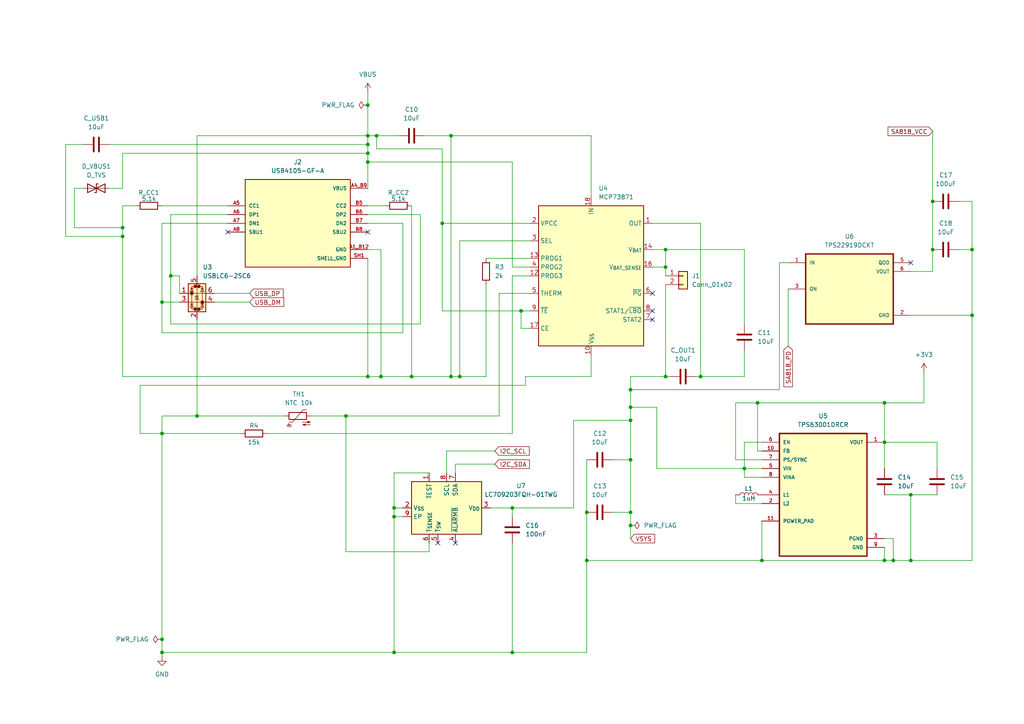
<source format=kicad_sch>
(kicad_sch (version 20250114) (generator "eeschema") (generator_version "9.0")
  (paper "A4")
  (title_block (title "Power Systems") (date "2026-02-08") (rev "0.1") (company "HRV DEFCON SSTV Badge"))
  (lib_symbols
    (symbol "Battery_Management:LC709203FQH-01TWG"
      (property "Reference" "U" (at -6.35 11.43 0))
      (property "Value" "LC709203FQH-01TWG" (at 11.43 11.43 0))
      (symbol "LC709203FQH-01TWG_0_1"
        (rectangle (start -7.62 10.16) (end 7.62 -10.16) (stroke (width 0.254)) (fill (type background)))
      )
      (symbol "LC709203FQH-01TWG_1_1"
        (pin bidirectional line (at -10.16 2.54 0) (length 2.54) (name "SDA") (number "7"))
        (pin input line (at -10.16 0 0) (length 2.54) (name "SCL") (number "8"))
        (pin input line (at -10.16 -5.08 0) (length 2.54) (name "TEST") (number "1"))
        (pin power_in line (at 0 12.7 270) (length 2.54) (name "V_{DD}") (number "3"))
        (pin power_in line (at 0 -12.7 90) (length 2.54) (name "V_{SS}") (number "2"))
        (pin passive line (at 2.54 -12.7 90) (length 2.54) (name "EP") (number "9"))
        (pin open_collector line (at 10.16 2.54 180) (length 2.54) (name "~{ALARMB}") (number "4"))
        (pin output line (at 10.16 -2.54 180) (length 2.54) (name "T_{SW}") (number "5"))
        (pin input line (at 10.16 -5.08 180) (length 2.54) (name "T_{SENSE}") (number "6"))
      )
    )
    (symbol "Battery_Management:MCP73871"
      (property "Reference" "U" (at -7.62 24.13 0))
      (property "Value" "MCP73871" (at -15.24 21.59 0))
      (symbol "MCP73871_0_1"
        (rectangle (start -15.24 20.32) (end 15.24 -20.32) (stroke (width 0.254)) (fill (type background)))
      )
      (symbol "MCP73871_1_1"
        (pin input line (at -17.78 15.24 0) (length 2.54) (name "VPCC") (number "2"))
        (pin input line (at -17.78 10.16 0) (length 2.54) (name "SEL") (number "3"))
        (pin bidirectional line (at -17.78 5.08 0) (length 2.54) (name "PROG1") (number "13"))
        (pin input line (at -17.78 2.54 0) (length 2.54) (name "PROG2") (number "4"))
        (pin bidirectional line (at -17.78 0 0) (length 2.54) (name "PROG3") (number "12"))
        (pin bidirectional line (at -17.78 -5.08 0) (length 2.54) (name "THERM") (number "5"))
        (pin input line (at -17.78 -10.16 0) (length 2.54) (name "~{TE}") (number "9"))
        (pin input line (at -17.78 -15.24 0) (length 2.54) (name "CE") (number "17"))
        (pin power_in line (at 0 22.86 270) (length 2.54) (name "IN") (number "18"))
        (pin passive line (at 0 22.86 270) (length 2.54) (hide yes) (name "IN") (number "19"))
        (pin power_in line (at 0 -22.86 90) (length 2.54) (name "V_{SS}") (number "10"))
        (pin passive line (at 0 -22.86 90) (length 2.54) (hide yes) (name "V_{SS}") (number "11"))
        (pin passive line (at 0 -22.86 90) (length 2.54) (hide yes) (name "V_{SS}") (number "21"))
        (pin power_out line (at 17.78 15.24 180) (length 2.54) (name "OUT") (number "1"))
        (pin passive line (at 17.78 15.24 180) (length 2.54) (hide yes) (name "OUT") (number "20"))
        (pin power_out line (at 17.78 7.62 180) (length 2.54) (name "V_{BAT}") (number "14"))
        (pin passive line (at 17.78 7.62 180) (length 2.54) (hide yes) (name "V_{BAT}") (number "15"))
        (pin input line (at 17.78 2.54 180) (length 2.54) (name "V_{BAT_SENSE}") (number "16"))
        (pin open_collector line (at 17.78 -5.08 180) (length 2.54) (name "~{PG}") (number "6"))
        (pin open_collector line (at 17.78 -10.16 180) (length 2.54) (name "STAT1/~{LBO}") (number "8"))
        (pin open_collector line (at 17.78 -12.7 180) (length 2.54) (name "STAT2") (number "7"))
      )
    )
    (symbol "Connector_Generic:Conn_01x02" (pin_names (offset 1.016) (hide yes))
      (property "Reference" "J" (at 0 2.54 0))
      (property "Value" "Conn_01x02" (at 0 -5.08 0))
      (symbol "Conn_01x02_1_1"
        (rectangle (start -1.27 1.27) (end 1.27 -3.81) (stroke (width 0.254)) (fill (type background)))
        (rectangle (start -1.27 0.127) (end 0 -0.127) (stroke (width 0.1524)))
        (rectangle (start -1.27 -2.413) (end 0 -2.667) (stroke (width 0.1524)))
        (pin passive line (at -5.08 0 0) (length 3.81) (name "Pin_1") (number "1"))
        (pin passive line (at -5.08 -2.54 0) (length 3.81) (name "Pin_2") (number "2"))
      )
    )
    (symbol "Device:C" (pin_numbers (hide yes)) (pin_names (offset 0.254))
      (property "Reference" "C" (at 0.635 2.54 0))
      (property "Value" "C" (at 0.635 -2.54 0))
      (symbol "C_0_1"
        (polyline (pts (xy -2.032 0.762) (xy 2.032 0.762)) (stroke (width 0.508)))
        (polyline (pts (xy -2.032 -0.762) (xy 2.032 -0.762)) (stroke (width 0.508)))
      )
      (symbol "C_1_1"
        (pin passive line (at 0 3.81 270) (length 2.794) (name "~") (number "1"))
        (pin passive line (at 0 -3.81 90) (length 2.794) (name "~") (number "2"))
      )
    )
    (symbol "Device:D_TVS" (pin_numbers (hide yes)) (pin_names (offset 1.016) (hide yes))
      (property "Reference" "D" (at 0 2.54 0))
      (property "Value" "D_TVS" (at 0 -2.54 0))
      (symbol "D_TVS_0_1"
        (polyline (pts (xy -2.54 1.27) (xy -2.54 -1.27) (xy 2.54 1.27) (xy 2.54 -1.27) (xy -2.54 1.27)) (stroke (width 0.254)))
        (polyline (pts (xy 0.508 1.27) (xy 0 1.27) (xy 0 -1.27) (xy -0.508 -1.27)) (stroke (width 0.254)))
        (polyline (pts (xy 1.27 0) (xy -1.27 0)))
      )
      (symbol "D_TVS_1_1"
        (pin passive line (at -3.81 0 0) (length 2.54) (name "A1") (number "1"))
        (pin passive line (at 3.81 0 180) (length 2.54) (name "A2") (number "2"))
      )
    )
    (symbol "Device:L" (pin_numbers (hide yes)) (pin_names (offset 1.016) (hide yes))
      (property "Reference" "L" (at -1.27 0 90))
      (property "Value" "L" (at 1.905 0 90))
      (symbol "L_0_1"
        (arc (start 0 2.54) (mid 0.6323 1.905) (end 0 1.27))
        (arc (start 0 1.27) (mid 0.6323 0.635) (end 0 0))
        (arc (start 0 0) (mid 0.6323 -0.635) (end 0 -1.27))
        (arc (start 0 -1.27) (mid 0.6323 -1.905) (end 0 -2.54))
      )
      (symbol "L_1_1"
        (pin passive line (at 0 3.81 270) (length 1.27) (name "1") (number "1"))
        (pin passive line (at 0 -3.81 90) (length 1.27) (name "2") (number "2"))
      )
    )
    (symbol "Device:R" (pin_numbers (hide yes)) (pin_names (offset 0))
      (property "Reference" "R" (at 2.032 0 90))
      (property "Value" "R" (at 0 0 90))
      (symbol "R_0_1"
        (rectangle (start -1.016 -2.54) (end 1.016 2.54) (stroke (width 0.254)))
      )
      (symbol "R_1_1"
        (pin passive line (at 0 3.81 270) (length 1.27) (name "~") (number "1"))
        (pin passive line (at 0 -3.81 90) (length 1.27) (name "~") (number "2"))
      )
    )
    (symbol "Device:Thermistor_NTC" (pin_numbers (hide yes)) (pin_names (offset 0))
      (property "Reference" "TH" (at -4.445 0 90))
      (property "Value" "Thermistor_NTC" (at 3.175 0 90))
      (symbol "Thermistor_NTC_0_1"
        (arc (start -3.175 2.413) (mid -3.0506 2.3165) (end -3.048 2.159))
        (arc (start -3.048 2.794) (mid -2.9736 2.9736) (end -2.794 3.048))
        (arc (start -2.794 3.048) (mid -2.6144 2.9736) (end -2.54 2.794))
        (arc (start -2.794 2.54) (mid -2.9736 2.6144) (end -3.048 2.794))
        (arc (start -2.794 1.905) (mid -2.9736 1.9794) (end -3.048 2.159))
        (arc (start -2.54 2.159) (mid -2.6144 1.9794) (end -2.794 1.905))
        (arc (start -2.159 2.794) (mid -2.434 2.5608) (end -2.794 2.54))
        (polyline (pts (xy -2.54 2.159) (xy -2.54 2.794)))
        (polyline (pts (xy -2.54 -3.683) (xy -2.54 -1.397) (xy -2.794 -2.159) (xy -2.286 -2.159) (xy -2.54 -1.397) (xy -2.54 -1.651)) (fill (type outline)))
        (polyline (pts (xy -1.778 2.54) (xy -1.778 1.524) (xy 1.778 -1.524) (xy 1.778 -2.54)))
        (polyline (pts (xy -1.778 -1.397) (xy -1.778 -3.683) (xy -2.032 -2.921) (xy -1.524 -2.921) (xy -1.778 -3.683) (xy -1.778 -3.429)) (fill (type outline)))
        (rectangle (start -1.016 2.54) (end 1.016 -2.54) (stroke (width 0.254)))
      )
      (symbol "Thermistor_NTC_1_1"
        (pin passive line (at 0 3.81 270) (length 1.27) (name "~") (number "1"))
        (pin passive line (at 0 -3.81 90) (length 1.27) (name "~") (number "2"))
      )
    )
    (symbol "Power_Protection:USBLC6-2SC6" (pin_names (hide yes))
      (property "Reference" "U" (at 0.635 5.715 0))
      (property "Value" "USBLC6-2SC6" (at 0.635 3.81 0))
      (symbol "USBLC6-2SC6_0_0"
        (circle (center -1.524 0) (radius 0.0001) (stroke (width 0.508)))
        (circle (center -0.508 2.032) (radius 0.0001) (stroke (width 0.508)))
        (circle (center -0.508 -4.572) (radius 0.0001) (stroke (width 0.508)))
        (circle (center 0.508 2.032) (radius 0.0001) (stroke (width 0.508)))
        (circle (center 0.508 -4.572) (radius 0.0001) (stroke (width 0.508)))
        (circle (center 1.524 -2.54) (radius 0.0001) (stroke (width 0.508)))
      )
      (symbol "USBLC6-2SC6_0_1"
        (polyline (pts (xy -2.54 0) (xy 2.54 0)))
        (polyline (pts (xy -2.54 -2.54) (xy 2.54 -2.54)))
        (polyline (pts (xy -2.032 0.508) (xy -1.016 0.508) (xy -1.524 1.524) (xy -2.032 0.508)))
        (polyline (pts (xy -2.032 -3.048) (xy -1.016 -3.048)))
        (polyline (pts (xy -1.016 1.524) (xy -2.032 1.524)))
        (polyline (pts (xy -1.016 -4.064) (xy -2.032 -4.064) (xy -1.524 -3.048) (xy -1.016 -4.064)))
        (polyline (pts (xy -0.508 -1.143) (xy -0.508 -0.762) (xy 0.508 -0.762)))
        (polyline (pts (xy 0 2.54) (xy -0.508 2.032) (xy 0.508 2.032) (xy 0 1.524) (xy 0 -4.064) (xy -0.508 -4.572) (xy 0.508 -4.572) (xy 0 -5.08)))
        (polyline (pts (xy 0.508 -1.778) (xy -0.508 -1.778) (xy 0 -0.762) (xy 0.508 -1.778)))
        (polyline (pts (xy 1.016 1.524) (xy 2.032 1.524)))
        (polyline (pts (xy 1.016 -3.048) (xy 2.032 -3.048)))
        (polyline (pts (xy 2.032 0.508) (xy 1.016 0.508) (xy 1.524 1.524) (xy 2.032 0.508)))
        (polyline (pts (xy 2.032 -4.064) (xy 1.016 -4.064) (xy 1.524 -3.048) (xy 2.032 -4.064)))
      )
      (symbol "USBLC6-2SC6_1_1"
        (rectangle (start -2.54 2.794) (end 2.54 -5.334) (stroke (width 0.254)) (fill (type background)))
        (polyline (pts (xy -0.508 2.032) (xy -1.524 2.032) (xy -1.524 -4.572) (xy -0.508 -4.572)))
        (polyline (pts (xy 0.508 -4.572) (xy 1.524 -4.572) (xy 1.524 2.032) (xy 0.508 2.032)))
        (pin passive line (at -5.08 0 0) (length 2.54) (name "I/O1") (number "1"))
        (pin passive line (at -5.08 -2.54 0) (length 2.54) (name "I/O2") (number "3"))
        (pin passive line (at 0 5.08 270) (length 2.54) (name "VBUS") (number "5"))
        (pin passive line (at 0 -7.62 90) (length 2.54) (name "GND") (number "2"))
        (pin passive line (at 5.08 0 180) (length 2.54) (name "I/O1") (number "6"))
        (pin passive line (at 5.08 -2.54 180) (length 2.54) (name "I/O2") (number "4"))
      )
    )
    (symbol "TPS22919DCKT:TPS22919DCKT" (pin_names (offset 1.016))
      (property "Reference" "U" (at -12.7 11.16 0))
      (property "Value" "TPS22919DCKT" (at -12.7 -14.16 0))
      (symbol "TPS22919DCKT_0_0"
        (rectangle (start -12.7 -10.16) (end 12.7 10.16) (stroke (width 0.41)) (fill (type background)))
        (pin input line (at -17.78 7.62 0) (length 5.08) (name "IN") (number "1"))
        (pin bidirectional line (at -17.78 0 0) (length 5.08) (name "ON") (number "3"))
        (pin output line (at 17.78 7.62 180) (length 5.08) (name "QOD") (number "5"))
        (pin output line (at 17.78 5.08 180) (length 5.08) (name "VOUT") (number "6"))
        (pin power_in line (at 17.78 -7.62 180) (length 5.08) (name "GND") (number "2"))
      )
    )
    (symbol "TPS63001DRCR:TPS63001DRCR" (pin_names (offset 1.016))
      (property "Reference" "U5" (at 0 22.86 0))
      (property "Value" "TPS63001DRCR" (at 0 20.32 0))
      (symbol "TPS63001DRCR_0_0"
        (rectangle (start -12.7 -17.78) (end 12.7 17.78) (stroke (width 0.41)) (fill (type background)))
        (pin input line (at -17.78 15.24 0) (length 5.08) (name "EN") (number "6"))
        (pin input line (at -17.78 12.7 0) (length 5.08) (name "FB") (number "10"))
        (pin input line (at -17.78 10.16 0) (length 5.08) (name "PS/SYNC") (number "7"))
        (pin input line (at -17.78 7.62 0) (length 5.08) (name "VIN") (number "5"))
        (pin input line (at -17.78 5.08 0) (length 5.08) (name "VINA") (number "8"))
        (pin bidirectional line (at -17.78 0 0) (length 5.08) (name "L1") (number "4"))
        (pin bidirectional line (at -17.78 -2.54 0) (length 5.08) (name "L2") (number "2"))
        (pin power_in line (at 17.78 -12.7 180) (length 5.08) (name "PGND") (number "3"))
        (pin power_in line (at 17.78 -15.24 180) (length 5.08) (name "GND") (number "9"))
      )
      (symbol "TPS63001DRCR_1_0"
        (pin passive line (at -17.78 -7.62 0) (length 5.08) (name "POWER_PAD") (number "11"))
        (pin power_out line (at 17.78 15.24 180) (length 5.08) (name "VOUT") (number "1"))
      )
    )
    (symbol "USB4105-GF-A:USB4105-GF-A" (pin_names (offset 1.016))
      (property "Reference" "J2" (at 0 17.78 0))
      (property "Value" "USB4105-GF-A" (at 0 15.24 0))
      (symbol "USB4105-GF-A_0_0"
        (rectangle (start -15.24 12.7) (end 15.24 -12.7) (stroke (width 0.254)) (fill (type background)))
        (pin bidirectional line (at -20.32 5.08 0) (length 5.08) (name "CC1") (number "A5"))
        (pin bidirectional line (at -20.32 2.54 0) (length 5.08) (name "DP1") (number "A6"))
        (pin bidirectional line (at -20.32 0 0) (length 5.08) (name "DN1") (number "A7"))
        (pin bidirectional line (at -20.32 -2.54 0) (length 5.08) (name "SBU1") (number "A8"))
        (pin power_in line (at 20.32 10.16 180) (length 5.08) (name "VBUS") (number "A4_B9"))
        (pin power_in line (at 20.32 10.16 180) (length 5.08) (hide yes) (name "VBUS") (number "B4_A9"))
        (pin bidirectional line (at 20.32 5.08 180) (length 5.08) (name "CC2") (number "B5"))
        (pin bidirectional line (at 20.32 2.54 180) (length 5.08) (name "DP2") (number "B6"))
        (pin bidirectional line (at 20.32 0 180) (length 5.08) (name "DN2") (number "B7"))
        (pin bidirectional line (at 20.32 -2.54 180) (length 5.08) (name "SBU2") (number "B8"))
        (pin power_in line (at 20.32 -7.62 180) (length 5.08) (name "GND") (number "A1_B12"))
        (pin power_in line (at 20.32 -7.62 180) (length 5.08) (hide yes) (name "GND") (number "B1_A12"))
        (pin power_in line (at 20.32 -10.16 180) (length 5.08) (hide yes) (name "GND") (number "SH2"))
        (pin power_in line (at 20.32 -10.16 180) (length 5.08) (hide yes) (name "GND") (number "SH3"))
        (pin power_in line (at 20.32 -10.16 180) (length 5.08) (hide yes) (name "GND") (number "SH4"))
      )
      (symbol "USB4105-GF-A_1_0"
        (pin power_in line (at 20.32 -10.16 180) (length 5.08) (name "SHELL_GND") (number "SH1"))
      )
    )
    (symbol "power:+3V3" (power) (pin_numbers (hide yes)) (pin_names (offset 0) (hide yes))
      (property "Value" "+3V3" (at 0 3.556 0))
      (symbol "+3V3_0_1"
        (polyline (pts (xy -0.762 1.27) (xy 0 2.54)))
        (polyline (pts (xy 0 2.54) (xy 0.762 1.27)))
        (polyline (pts (xy 0 0) (xy 0 2.54)))
      )
      (symbol "+3V3_1_1"
        (pin power_in line (at 0 0 90) (length 0) (name "~") (number "1"))
      )
    )
    (symbol "power:GND" (power) (pin_numbers (hide yes)) (pin_names (offset 0) (hide yes))
      (property "Value" "GND" (at 0 -3.81 0))
      (symbol "GND_0_1"
        (polyline (pts (xy 0 0) (xy 0 -1.27) (xy 1.27 -1.27) (xy 0 -2.54) (xy -1.27 -1.27) (xy 0 -1.27)))
      )
      (symbol "GND_1_1"
        (pin power_in line (at 0 0 270) (length 0) (name "~") (number "1"))
      )
    )
    (symbol "power:PWR_FLAG" (power) (pin_numbers (hide yes)) (pin_names (offset 0) (hide yes))
      (property "Value" "PWR_FLAG" (at 0 3.81 0))
      (symbol "PWR_FLAG_0_0"
        (pin power_out line (at 0 0 90) (length 0) (name "~") (number "1"))
      )
      (symbol "PWR_FLAG_0_1"
        (polyline (pts (xy 0 0) (xy 0 1.27) (xy -1.016 1.905) (xy 0 2.54) (xy 1.016 1.905) (xy 0 1.27)))
      )
    )
    (symbol "power:VBUS" (power) (pin_numbers (hide yes)) (pin_names (offset 0) (hide yes))
      (property "Value" "VBUS" (at 0 3.556 0))
      (symbol "VBUS_0_1"
        (polyline (pts (xy -0.762 1.27) (xy 0 2.54)))
        (polyline (pts (xy 0 2.54) (xy 0.762 1.27)))
        (polyline (pts (xy 0 0) (xy 0 2.54)))
      )
      (symbol "VBUS_1_1"
        (pin power_in line (at 0 0 90) (length 0) (name "~") (number "1"))
      )
    )
  )
  (junction (at 119.38 109.22))
  (junction (at 114.3 149.86))
  (junction (at 193.04 72.39))
  (junction (at 106.68 109.22))
  (junction (at 170.18 162.56))
  (junction (at 151.13 90.17))
  (junction (at 130.81 109.22))
  (junction (at 46.99 185.42))
  (junction (at 114.3 147.32))
  (junction (at 219.71 116.84))
  (junction (at 35.56 68.58))
  (junction (at 182.88 148.59))
  (junction (at 133.35 109.22))
  (junction (at 259.08 162.56))
  (junction (at 182.88 118.11))
  (junction (at 270.51 72.39))
  (junction (at 256.54 116.84))
  (junction (at 281.94 91.44))
  (junction (at 215.9 135.89))
  (junction (at 270.51 58.42))
  (junction (at 46.99 87.63))
  (junction (at 110.49 109.22))
  (junction (at 106.68 30.48))
  (junction (at 256.54 128.27))
  (junction (at 100.33 120.65))
  (junction (at 114.3 189.23))
  (junction (at 170.18 148.59))
  (junction (at 182.88 133.35))
  (junction (at 35.56 66.04))
  (junction (at 264.16 143.51))
  (junction (at 106.68 46.99))
  (junction (at 46.99 125.73))
  (junction (at 130.81 39.37))
  (junction (at 182.88 121.92))
  (junction (at 106.68 41.91))
  (junction (at 109.22 39.37))
  (junction (at 193.04 109.22))
  (junction (at 281.94 72.39))
  (junction (at 264.16 162.56))
  (junction (at 106.68 39.37))
  (junction (at 203.2 109.22))
  (junction (at 256.54 162.56))
  (junction (at 148.59 189.23))
  (junction (at 106.68 44.45))
  (junction (at 57.15 120.65))
  (junction (at 182.88 113.03))
  (junction (at 148.59 147.32))
  (junction (at 193.04 77.47))
  (junction (at 49.53 80.01))
  (junction (at 220.98 162.56))
  (junction (at 46.99 189.23))
  (junction (at 182.88 152.4))
  (junction (at 128.27 64.77))
  (no_connect (at 264.16 76.2))
  (no_connect (at 66.04 67.31))
  (no_connect (at 189.23 85.09))
  (no_connect (at 106.68 67.31))
  (no_connect (at 189.23 92.71))
  (no_connect (at 127 157.48))
  (no_connect (at 132.08 157.48))
  (no_connect (at 189.23 90.17))
  (wire (pts (xy 128.27 90.17) (xy 128.27 64.77)))
  (wire (pts (xy 49.53 62.23) (xy 49.53 80.01)))
  (wire (pts (xy 49.53 80.01) (xy 52.07 80.01)))
  (wire (pts (xy 193.04 77.47) (xy 193.04 80.01)))
  (wire (pts (xy 114.3 149.86) (xy 114.3 189.23)))
  (wire (pts (xy 256.54 128.27) (xy 271.78 128.27)))
  (wire (pts (xy 31.75 54.61) (xy 35.56 54.61)))
  (wire (pts (xy 128.27 64.77) (xy 128.27 43.18)))
  (wire (pts (xy 190.5 135.89) (xy 190.5 118.11)))
  (wire (pts (xy 132.08 137.16) (xy 132.08 134.62)))
  (wire (pts (xy 121.92 62.23) (xy 121.92 93.98)))
  (wire (pts (xy 49.53 93.98) (xy 49.53 80.01)))
  (wire (pts (xy 171.45 57.15) (xy 171.45 39.37)))
  (wire (pts (xy 46.99 125.73) (xy 69.85 125.73)))
  (wire (pts (xy 128.27 43.18) (xy 109.22 43.18)))
  (wire (pts (xy 46.99 189.23) (xy 46.99 190.5)))
  (wire (pts (xy 193.04 82.55) (xy 193.04 109.22)))
  (wire (pts (xy 166.37 121.92) (xy 182.88 121.92)))
  (wire (pts (xy 130.81 109.22) (xy 133.35 109.22)))
  (wire (pts (xy 153.67 90.17) (xy 151.13 90.17)))
  (wire (pts (xy 256.54 156.21) (xy 259.08 156.21)))
  (wire (pts (xy 203.2 64.77) (xy 189.23 64.77)))
  (wire (pts (xy 106.68 41.91) (xy 106.68 44.45)))
  (wire (pts (xy 151.13 95.25) (xy 151.13 90.17)))
  (wire (pts (xy 153.67 80.01) (xy 148.59 80.01)))
  (wire (pts (xy 259.08 162.56) (xy 256.54 162.56)))
  (wire (pts (xy 114.3 137.16) (xy 114.3 147.32)))
  (wire (pts (xy 151.13 90.17) (xy 128.27 90.17)))
  (wire (pts (xy 129.54 137.16) (xy 129.54 130.81)))
  (wire (pts (xy 215.9 72.39) (xy 215.9 93.98)))
  (wire (pts (xy 52.07 80.01) (xy 52.07 85.09)))
  (wire (pts (xy 114.3 149.86) (xy 116.84 149.86)))
  (wire (pts (xy 100.33 120.65) (xy 144.78 120.65)))
  (wire (pts (xy 46.99 64.77) (xy 46.99 87.63)))
  (wire (pts (xy 193.04 72.39) (xy 215.9 72.39)))
  (wire (pts (xy 35.56 44.45) (xy 106.68 44.45)))
  (wire (pts (xy 24.13 54.61) (xy 21.59 54.61)))
  (wire (pts (xy 213.36 116.84) (xy 219.71 116.84)))
  (wire (pts (xy 267.97 107.95) (xy 267.97 116.84)))
  (wire (pts (xy 166.37 147.32) (xy 166.37 121.92)))
  (wire (pts (xy 182.88 152.4) (xy 182.88 156.21)))
  (wire (pts (xy 35.56 44.45) (xy 35.56 54.61)))
  (wire (pts (xy 106.68 72.39) (xy 110.49 72.39)))
  (wire (pts (xy 40.64 125.73) (xy 46.99 125.73)))
  (wire (pts (xy 106.68 64.77) (xy 116.84 64.77)))
  (wire (pts (xy 148.59 77.47) (xy 148.59 46.99)))
  (wire (pts (xy 256.54 116.84) (xy 267.97 116.84)))
  (wire (pts (xy 106.68 62.23) (xy 121.92 62.23)))
  (wire (pts (xy 46.99 185.42) (xy 46.99 189.23)))
  (wire (pts (xy 130.81 39.37) (xy 130.81 109.22)))
  (wire (pts (xy 271.78 135.89) (xy 271.78 128.27)))
  (wire (pts (xy 130.81 39.37) (xy 171.45 39.37)))
  (wire (pts (xy 46.99 189.23) (xy 114.3 189.23)))
  (wire (pts (xy 226.06 76.2) (xy 226.06 113.03)))
  (wire (pts (xy 264.16 143.51) (xy 271.78 143.51)))
  (wire (pts (xy 256.54 116.84) (xy 256.54 128.27)))
  (wire (pts (xy 46.99 120.65) (xy 57.15 120.65)))
  (wire (pts (xy 213.36 133.35) (xy 213.36 116.84)))
  (wire (pts (xy 213.36 143.51) (xy 213.36 146.05)))
  (wire (pts (xy 220.98 138.43) (xy 215.9 138.43)))
  (wire (pts (xy 182.88 113.03) (xy 182.88 118.11)))
  (wire (pts (xy 170.18 133.35) (xy 170.18 148.59)))
  (wire (pts (xy 153.67 85.09) (xy 144.78 85.09)))
  (wire (pts (xy 148.59 189.23) (xy 170.18 189.23)))
  (wire (pts (xy 106.68 44.45) (xy 106.68 46.99)))
  (wire (pts (xy 100.33 160.02) (xy 100.33 120.65)))
  (wire (pts (xy 133.35 69.85) (xy 133.35 109.22)))
  (wire (pts (xy 220.98 135.89) (xy 215.9 135.89)))
  (wire (pts (xy 148.59 147.32) (xy 148.59 149.86)))
  (wire (pts (xy 46.99 96.52) (xy 46.99 87.63)))
  (wire (pts (xy 170.18 162.56) (xy 170.18 189.23)))
  (wire (pts (xy 35.56 59.69) (xy 35.56 66.04)))
  (wire (pts (xy 106.68 74.93) (xy 106.68 109.22)))
  (wire (pts (xy 90.17 120.65) (xy 100.33 120.65)))
  (wire (pts (xy 281.94 72.39) (xy 278.13 72.39)))
  (wire (pts (xy 148.59 157.48) (xy 148.59 189.23)))
  (wire (pts (xy 203.2 64.77) (xy 203.2 109.22)))
  (wire (pts (xy 203.2 109.22) (xy 215.9 109.22)))
  (wire (pts (xy 219.71 116.84) (xy 256.54 116.84)))
  (wire (pts (xy 114.3 189.23) (xy 148.59 189.23)))
  (wire (pts (xy 170.18 148.59) (xy 170.18 162.56)))
  (wire (pts (xy 106.68 46.99) (xy 148.59 46.99)))
  (wire (pts (xy 264.16 91.44) (xy 281.94 91.44)))
  (wire (pts (xy 152.4 109.22) (xy 152.4 111.76)))
  (wire (pts (xy 193.04 109.22) (xy 194.31 109.22)))
  (wire (pts (xy 259.08 156.21) (xy 259.08 162.56)))
  (wire (pts (xy 220.98 128.27) (xy 215.9 128.27)))
  (wire (pts (xy 124.46 137.16) (xy 114.3 137.16)))
  (wire (pts (xy 40.64 111.76) (xy 40.64 125.73)))
  (wire (pts (xy 57.15 39.37) (xy 106.68 39.37)))
  (wire (pts (xy 148.59 147.32) (xy 166.37 147.32)))
  (wire (pts (xy 19.05 68.58) (xy 35.56 68.58)))
  (wire (pts (xy 46.99 87.63) (xy 52.07 87.63)))
  (wire (pts (xy 40.64 111.76) (xy 152.4 111.76)))
  (wire (pts (xy 281.94 91.44) (xy 281.94 162.56)))
  (wire (pts (xy 220.98 162.56) (xy 170.18 162.56)))
  (wire (pts (xy 144.78 85.09) (xy 144.78 120.65)))
  (wire (pts (xy 220.98 130.81) (xy 219.71 130.81)))
  (wire (pts (xy 124.46 157.48) (xy 124.46 160.02)))
  (wire (pts (xy 219.71 116.84) (xy 219.71 130.81)))
  (wire (pts (xy 110.49 72.39) (xy 110.49 109.22)))
  (wire (pts (xy 201.93 109.22) (xy 203.2 109.22)))
  (wire (pts (xy 153.67 69.85) (xy 133.35 69.85)))
  (wire (pts (xy 49.53 62.23) (xy 66.04 62.23)))
  (wire (pts (xy 264.16 162.56) (xy 259.08 162.56)))
  (wire (pts (xy 110.49 109.22) (xy 119.38 109.22)))
  (wire (pts (xy 124.46 160.02) (xy 100.33 160.02)))
  (wire (pts (xy 109.22 43.18) (xy 109.22 39.37)))
  (wire (pts (xy 228.6 83.82) (xy 228.6 100.33)))
  (wire (pts (xy 182.88 109.22) (xy 193.04 109.22)))
  (wire (pts (xy 177.8 133.35) (xy 182.88 133.35)))
  (wire (pts (xy 24.13 41.91) (xy 19.05 41.91)))
  (wire (pts (xy 46.99 120.65) (xy 46.99 125.73)))
  (wire (pts (xy 220.98 151.13) (xy 220.98 162.56)))
  (wire (pts (xy 140.97 82.55) (xy 140.97 109.22)))
  (wire (pts (xy 119.38 109.22) (xy 130.81 109.22)))
  (wire (pts (xy 256.54 143.51) (xy 264.16 143.51)))
  (wire (pts (xy 133.35 109.22) (xy 140.97 109.22)))
  (wire (pts (xy 270.51 38.1) (xy 270.51 58.42)))
  (wire (pts (xy 182.88 121.92) (xy 182.88 133.35)))
  (wire (pts (xy 142.24 147.32) (xy 148.59 147.32)))
  (wire (pts (xy 114.3 147.32) (xy 114.3 149.86)))
  (wire (pts (xy 21.59 54.61) (xy 21.59 66.04)))
  (wire (pts (xy 182.88 109.22) (xy 182.88 113.03)))
  (wire (pts (xy 119.38 59.69) (xy 119.38 109.22)))
  (wire (pts (xy 189.23 77.47) (xy 193.04 77.47)))
  (wire (pts (xy 264.16 162.56) (xy 281.94 162.56)))
  (wire (pts (xy 226.06 76.2) (xy 228.6 76.2)))
  (wire (pts (xy 256.54 162.56) (xy 220.98 162.56)))
  (wire (pts (xy 190.5 118.11) (xy 182.88 118.11)))
  (wire (pts (xy 31.75 41.91) (xy 106.68 41.91)))
  (wire (pts (xy 264.16 143.51) (xy 264.16 162.56)))
  (wire (pts (xy 264.16 78.74) (xy 270.51 78.74)))
  (wire (pts (xy 281.94 58.42) (xy 278.13 58.42)))
  (wire (pts (xy 182.88 118.11) (xy 182.88 121.92)))
  (wire (pts (xy 116.84 96.52) (xy 46.99 96.52)))
  (wire (pts (xy 182.88 148.59) (xy 182.88 152.4)))
  (wire (pts (xy 46.99 59.69) (xy 66.04 59.69)))
  (wire (pts (xy 106.68 26.67) (xy 106.68 30.48)))
  (wire (pts (xy 46.99 64.77) (xy 66.04 64.77)))
  (wire (pts (xy 62.23 87.63) (xy 72.39 87.63)))
  (wire (pts (xy 106.68 59.69) (xy 111.76 59.69)))
  (wire (pts (xy 116.84 147.32) (xy 114.3 147.32)))
  (wire (pts (xy 182.88 133.35) (xy 182.88 148.59)))
  (wire (pts (xy 270.51 58.42) (xy 270.51 72.39)))
  (wire (pts (xy 35.56 66.04) (xy 35.56 68.58)))
  (wire (pts (xy 106.68 39.37) (xy 106.68 41.91)))
  (wire (pts (xy 177.8 148.59) (xy 182.88 148.59)))
  (wire (pts (xy 220.98 133.35) (xy 213.36 133.35)))
  (wire (pts (xy 270.51 78.74) (xy 270.51 72.39)))
  (wire (pts (xy 39.37 59.69) (xy 35.56 59.69)))
  (wire (pts (xy 189.23 72.39) (xy 193.04 72.39)))
  (wire (pts (xy 148.59 80.01) (xy 148.59 125.73)))
  (wire (pts (xy 140.97 74.93) (xy 153.67 74.93)))
  (wire (pts (xy 193.04 72.39) (xy 193.04 77.47)))
  (wire (pts (xy 256.54 158.75) (xy 256.54 162.56)))
  (wire (pts (xy 35.56 68.58) (xy 35.56 109.22)))
  (wire (pts (xy 226.06 113.03) (xy 182.88 113.03)))
  (wire (pts (xy 116.84 64.77) (xy 116.84 96.52)))
  (wire (pts (xy 171.45 102.87) (xy 171.45 109.22)))
  (wire (pts (xy 109.22 39.37) (xy 115.57 39.37)))
  (wire (pts (xy 129.54 130.81) (xy 143.51 130.81)))
  (wire (pts (xy 148.59 125.73) (xy 77.47 125.73)))
  (wire (pts (xy 106.68 30.48) (xy 106.68 39.37)))
  (wire (pts (xy 106.68 39.37) (xy 109.22 39.37)))
  (wire (pts (xy 171.45 109.22) (xy 152.4 109.22)))
  (wire (pts (xy 281.94 72.39) (xy 281.94 91.44)))
  (wire (pts (xy 46.99 125.73) (xy 46.99 185.42)))
  (wire (pts (xy 215.9 128.27) (xy 215.9 135.89)))
  (wire (pts (xy 62.23 85.09) (xy 72.39 85.09)))
  (wire (pts (xy 121.92 93.98) (xy 49.53 93.98)))
  (wire (pts (xy 123.19 39.37) (xy 130.81 39.37)))
  (wire (pts (xy 57.15 80.01) (xy 57.15 39.37)))
  (wire (pts (xy 215.9 138.43) (xy 215.9 135.89)))
  (wire (pts (xy 153.67 95.25) (xy 151.13 95.25)))
  (wire (pts (xy 106.68 109.22) (xy 110.49 109.22)))
  (wire (pts (xy 256.54 128.27) (xy 256.54 135.89)))
  (wire (pts (xy 153.67 77.47) (xy 148.59 77.47)))
  (wire (pts (xy 215.9 101.6) (xy 215.9 109.22)))
  (wire (pts (xy 213.36 146.05) (xy 220.98 146.05)))
  (wire (pts (xy 57.15 92.71) (xy 57.15 120.65)))
  (wire (pts (xy 132.08 134.62) (xy 143.51 134.62)))
  (wire (pts (xy 215.9 135.89) (xy 190.5 135.89)))
  (wire (pts (xy 153.67 64.77) (xy 128.27 64.77)))
  (wire (pts (xy 35.56 109.22) (xy 106.68 109.22)))
  (wire (pts (xy 281.94 58.42) (xy 281.94 72.39)))
  (wire (pts (xy 19.05 41.91) (xy 19.05 68.58)))
  (wire (pts (xy 21.59 66.04) (xy 35.56 66.04)))
  (wire (pts (xy 57.15 120.65) (xy 82.55 120.65)))
  (wire (pts (xy 106.68 46.99) (xy 106.68 54.61)))
  (global_label "USB_DM" (shape input) (at 72.39 87.63 0) (property "Intersheetrefs" "${INTERSHEET_REFS}" (effects (hide yes))))
  (global_label "VSYS" (shape input) (at 182.88 156.21 0) (property "Intersheetrefs" "${INTERSHEET_REFS}" (effects (hide yes))))
  (global_label "SA818_VCC" (shape input) (at 270.51 38.1 180) (property "Intersheetrefs" "${INTERSHEET_REFS}" (effects (hide yes))))
  (global_label "I2C_SDA" (shape input) (at 143.51 134.62 0) (property "Intersheetrefs" "${INTERSHEET_REFS}" (effects (hide yes))))
  (global_label "I2C_SCL" (shape input) (at 143.51 130.81 0) (property "Intersheetrefs" "${INTERSHEET_REFS}" (effects (hide yes))))
  (global_label "SA818_PD" (shape input) (at 228.6 100.33 270) (property "Intersheetrefs" "${INTERSHEET_REFS}" (effects (hide yes))))
  (global_label "USB_DP" (shape input) (at 72.39 85.09 0) (property "Intersheetrefs" "${INTERSHEET_REFS}" (effects (hide yes))))
  (symbol (lib_id "power:VBUS") (at 106.68 26.67 0) (unit 1)
    (property "Reference" "#PWR013" (effects (hide yes)))
    (property "Value" "VBUS" (at 106.68 21.59 0))
    (property "Description" "Power symbol creates a global label with name \"VBUS\"" (effects (hide yes)))
  )
  (symbol (lib_id "Connector_Generic:Conn_01x02") (at 198.12 80.01 0) (unit 1)
    (property "Reference" "J1" (at 200.66 80.0099 0) (effects (justify left)))
    (property "Value" "Conn_01x02" (at 200.66 82.5499 0) (effects (justify left)))
    (property "Description" "Generic connector, single row, 01x02, script generated (kicad-library-utils/schlib/autogen/connector/)" (effects (hide yes)))
  )
  (symbol (lib_id "USB4105-GF-A:USB4105-GF-A") (at 86.36 64.77 0) (unit 1)
    (property "Reference" "J2" (at 86.36 46.99 0))
    (property "Value" "USB4105-GF-A" (at 86.36 49.53 0))
    (property "Footprint" "USB4105-GF-A:GCT_USB4105-GF-A" (effects (hide yes)))
    (property "MF" "GCT" (effects (hide yes)))
    (property "MAXIMUM_PACKAGE_HEIGHT" "3.31 mm" (effects (hide yes)))
    (property "Package" "None" (effects (hide yes)))
    (property "Price" "None" (effects (hide yes)))
    (property "Check_prices" "https://www.snapeda.com/parts/USB4105-GF-A/Global+Connector+Technology/view-part/?ref=eda" (effects (hide yes)))
    (property "STANDARD" "Manufacturer Recommendations" (effects (hide yes)))
    (property "PARTREV" "B4" (effects (hide yes)))
    (property "SnapEDA_Link" "https://www.snapeda.com/parts/USB4105-GF-A/Global+Connector+Technology/view-part/?ref=snap" (effects (hide yes)))
    (property "MP" "USB4105-GF-A" (effects (hide yes)))
    (property "Purchase-URL" "https://www.snapeda.com/api/url_track_click_mouser/?unipart_id=4423780&manufacturer=GCT&part_name=USB4105-GF-A&search_term=usb4105-gf-a" (effects (hide yes)))
    (property "Description_1" "USB-C (USB TYPE-C) USB 2.0 Receptacle Connector 24 (16+8 Dummy) Position Surface Mount, Right Angle; Through Hole" (effects (hide yes)))
    (property "Availability" "In Stock" (effects (hide yes)))
    (property "MANUFACTURER" "GCT" (effects (hide yes)))
  )
  (symbol (lib_id "Power_Protection:USBLC6-2SC6") (at 57.15 85.09 0) (unit 1)
    (property "Reference" "U3" (at 58.8011 77.47 0) (effects (justify left)))
    (property "Value" "USBLC6-2SC6" (at 58.8011 80.01 0) (effects (justify left)))
    (property "Footprint" "Package_TO_SOT_SMD:SOT-23-6" (effects (hide yes)))
    (property "Datasheet" "https://www.st.com/resource/en/datasheet/usblc6-2.pdf" (effects (hide yes)))
    (property "Description" "Very low capacitance ESD protection diode, 2 data-line, SOT-23-6" (effects (hide yes)))
  )
  (symbol (lib_id "Device:R") (at 73.66 125.73 90) (unit 1)
    (property "Reference" "R4" (at 73.66 123.444 90))
    (property "Value" "15k" (at 73.66 128.27 90))
    (property "Description" "Resistor" (effects (hide yes)))
  )
  (symbol (lib_id "Device:C") (at 274.32 72.39 90) (unit 1)
    (property "Reference" "C18" (at 274.32 64.77 90))
    (property "Value" "10uF" (at 274.32 67.31 90))
    (property "Description" "Unpolarized capacitor" (effects (hide yes)))
  )
  (symbol (lib_id "Device:C") (at 271.78 139.7 0) (unit 1)
    (property "Reference" "C15" (at 275.59 138.4299 0) (effects (justify left)))
    (property "Value" "10uF" (at 275.59 140.9699 0) (effects (justify left)))
    (property "Description" "Unpolarized capacitor" (effects (hide yes)))
  )
  (symbol (lib_id "Device:C") (at 256.54 139.7 0) (unit 1)
    (property "Reference" "C14" (at 260.35 138.4299 0) (effects (justify left)))
    (property "Value" "10uF" (at 260.35 140.9699 0) (effects (justify left)))
    (property "Description" "Unpolarized capacitor" (effects (hide yes)))
  )
  (symbol (lib_id "Device:C") (at 173.99 133.35 270) (unit 1)
    (property "Reference" "C12" (at 173.99 125.73 90))
    (property "Value" "10uF" (at 173.99 128.27 90))
    (property "Description" "Unpolarized capacitor" (effects (hide yes)))
  )
  (symbol (lib_id "Device:C") (at 198.12 109.22 90) (unit 1)
    (property "Reference" "C_OUT1" (at 198.12 101.6 90))
    (property "Value" "10uF" (at 198.12 104.14 90))
    (property "Description" "Unpolarized capacitor" (effects (hide yes)))
  )
  (symbol (lib_id "power:GND") (at 46.99 190.5 0) (unit 1)
    (property "Reference" "#PWR03" (effects (hide yes)))
    (property "Value" "GND" (at 46.99 195.58 0))
    (property "Description" "Power symbol creates a global label with name \"GND\" , ground" (effects (hide yes)))
  )
  (symbol (lib_id "Battery_Management:LC709203FQH-01TWG") (at 129.54 147.32 270) (unit 1)
    (property "Reference" "U7" (at 151.13 140.8998 90))
    (property "Value" "LC709203FQH-01TWG" (at 151.13 143.4398 90))
    (property "Footprint" "Package_DFN_QFN:WDFN-8-1EP_4x3mm_P0.65mm_EP2.4x1.8mm" (effects (hide yes)))
    (property "Datasheet" "https://www.onsemi.com/download/data-sheet/pdf/lc709203f-d.pdf" (effects (hide yes)))
    (property "Description" "Single LiPo battery fuel gauge, I2C, type 01, WDFN-8" (effects (hide yes)))
  )
  (symbol (lib_id "TPS63001DRCR:TPS63001DRCR") (at 238.76 143.51 0) (unit 1)
    (property "Reference" "U5" (at 238.76 120.65 0))
    (property "Value" "TPS63001DRCR" (at 238.76 123.19 0))
    (property "Footprint" "TPS63001DRCR:VREG_V62_16624-01YE" (effects (hide yes)))
    (property "MF" "Texas Instruments" (effects (hide yes)))
    (property "Description_1" "96% Buck-Boost Converter with 1.7A Current Switches, 3.3V fixed Output voltage in 3x3 QFN" (effects (hide yes)))
    (property "Package" "VSON-10 Texas Instruments" (effects (hide yes)))
    (property "Price" "None" (effects (hide yes)))
    (property "SnapEDA_Link" "https://www.snapeda.com/parts/TPS63001DRCR/Texas+Instruments/view-part/?ref=snap" (effects (hide yes)))
    (property "MP" "TPS63001DRCR" (effects (hide yes)))
    (property "Purchase-URL" "https://www.snapeda.com/api/url_track_click_mouser/?unipart_id=214718&manufacturer=Texas Instruments&part_name=TPS63001DRCR&search_term=tps63001" (effects (hide yes)))
    (property "Availability" "In Stock" (effects (hide yes)))
    (property "Check_prices" "https://www.snapeda.com/parts/TPS63001DRCR/Texas+Instruments/view-part/?ref=eda" (effects (hide yes)))
  )
  (symbol (lib_id "Device:R") (at 140.97 78.74 0) (unit 1)
    (property "Reference" "R3" (at 143.51 77.4699 0) (effects (justify left)))
    (property "Value" "2k" (at 143.51 80.0099 0) (effects (justify left)))
    (property "Description" "Resistor" (effects (hide yes)))
  )
  (symbol (lib_id "Device:C") (at 173.99 148.59 90) (unit 1)
    (property "Reference" "C13" (at 173.99 140.97 90))
    (property "Value" "10uF" (at 173.99 143.51 90))
    (property "Description" "Unpolarized capacitor" (effects (hide yes)))
  )
  (symbol (lib_id "Device:C") (at 148.59 153.67 0) (unit 1)
    (property "Reference" "C16" (at 152.4 152.3999 0) (effects (justify left)))
    (property "Value" "100nF" (at 152.4 154.9399 0) (effects (justify left)))
    (property "Description" "Unpolarized capacitor" (effects (hide yes)))
  )
  (symbol (lib_id "power:PWR_FLAG") (at 182.88 152.4 270) (unit 1)
    (property "Reference" "#FLG04" (effects (hide yes)))
    (property "Value" "PWR_FLAG" (at 186.69 152.3999 90) (effects (justify left)))
    (property "Description" "Special symbol for telling ERC where power comes from" (effects (hide yes)))
  )
  (symbol (lib_id "Device:C") (at 274.32 58.42 90) (unit 1)
    (property "Reference" "C17" (at 274.32 50.8 90))
    (property "Value" "100uF" (at 274.32 53.34 90))
    (property "Description" "Unpolarized capacitor" (effects (hide yes)))
  )
  (symbol (lib_id "Device:C") (at 215.9 97.79 0) (unit 1)
    (property "Reference" "C11" (at 219.71 96.5199 0) (effects (justify left)))
    (property "Value" "10uF" (at 219.71 99.0599 0) (effects (justify left)))
    (property "Description" "Unpolarized capacitor" (effects (hide yes)))
  )
  (symbol (lib_id "power:+3V3") (at 267.97 107.95 0) (unit 1)
    (property "Reference" "#PWR04" (effects (hide yes)))
    (property "Value" "+3V3" (at 267.97 102.87 0))
    (property "Description" "Power symbol creates a global label with name \"+3V3\"" (effects (hide yes)))
  )
  (symbol (lib_id "Battery_Management:MCP73871") (at 171.45 80.01 0) (unit 1)
    (property "Reference" "U4" (at 173.5933 54.61 0) (effects (justify left)))
    (property "Value" "MCP73871" (at 173.5933 57.15 0) (effects (justify left)))
    (property "Footprint" "Package_DFN_QFN:QFN-20-1EP_4x4mm_P0.5mm_EP2.5x2.5mm" (effects (hide yes)))
    (property "Datasheet" "http://www.mouser.com/ds/2/268/22090a-52174.pdf" (effects (hide yes)))
    (property "Description" "Single cell, Li-Ion/Li-Po charge management controller" (effects (hide yes)))
  )
  (symbol (lib_id "Device:D_TVS") (at 27.94 54.61 0) (unit 1)
    (property "Reference" "D_VBUS1" (at 27.94 48.26 0))
    (property "Value" "D_TVS" (at 27.94 50.8 0))
    (property "Description" "PESD5V0S1BL" (effects (hide yes)))
  )
  (symbol (lib_id "Device:R") (at 43.18 59.69 90) (unit 1)
    (property "Reference" "R_CC1" (at 43.18 55.88 90))
    (property "Value" "5.1k" (at 43.18 57.658 90))
    (property "Description" "Resistor" (effects (hide yes)))
  )
  (symbol (lib_id "Device:L") (at 217.17 143.51 90) (unit 1)
    (property "Reference" "L1" (at 217.17 141.732 90))
    (property "Value" "1uH" (at 217.17 144.526 90))
    (property "Description" "Inductor" (effects (hide yes)))
  )
  (symbol (lib_id "TPS22919DCKT:TPS22919DCKT") (at 246.38 83.82 0) (unit 1)
    (property "Reference" "U6" (at 246.38 68.58 0))
    (property "Value" "TPS22919DCKT" (at 246.38 71.12 0))
    (property "Footprint" "TPS22919DCKT:SOT65P210X110-6N" (effects (hide yes)))
    (property "MF" "Texas Instruments" (effects (hide yes)))
    (property "Description_1" "5.5-V, 1.5-A, 90-mΩ load switch with adj. output discharge" (effects (hide yes)))
    (property "Package" "SOT-SC70-6 Texas Instruments" (effects (hide yes)))
    (property "Price" "None" (effects (hide yes)))
    (property "SnapEDA_Link" "https://www.snapeda.com/parts/TPS22919DCKT/Texas+Instruments/view-part/?ref=snap" (effects (hide yes)))
    (property "MP" "TPS22919DCKT" (effects (hide yes)))
    (property "Purchase-URL" "https://www.snapeda.com/api/url_track_click_mouser/?unipart_id=3662569&manufacturer=Texas Instruments&part_name=TPS22919DCKT&search_term=tps22919" (effects (hide yes)))
    (property "Availability" "In Stock" (effects (hide yes)))
    (property "Check_prices" "https://www.snapeda.com/parts/TPS22919DCKT/Texas+Instruments/view-part/?ref=eda" (effects (hide yes)))
  )
  (symbol (lib_id "Device:Thermistor_NTC") (at 86.36 120.65 90) (unit 1)
    (property "Reference" "TH1" (at 86.6775 114.3 90))
    (property "Value" "NTC 10k" (at 86.6775 116.84 90))
    (property "Description" "Temperature dependent resistor, negative temperature coefficient" (effects (hide yes)))
  )
  (symbol (lib_id "Device:C") (at 119.38 39.37 90) (unit 1)
    (property "Reference" "C10" (at 119.38 31.75 90))
    (property "Value" "10uF" (at 119.38 34.29 90))
    (property "Description" "Unpolarized capacitor" (effects (hide yes)))
  )
  (symbol (lib_id "Device:R") (at 115.57 59.69 90) (unit 1)
    (property "Reference" "R_CC2" (at 115.57 55.88 90))
    (property "Value" "5.1k" (at 115.57 57.658 90))
    (property "Description" "Resistor" (effects (hide yes)))
  )
  (symbol (lib_id "Device:C") (at 27.94 41.91 90) (unit 1)
    (property "Reference" "C_USB1" (at 27.94 34.29 90))
    (property "Value" "10uF" (at 27.94 36.83 90))
    (property "Description" "Unpolarized capacitor" (effects (hide yes)))
  )
  (symbol (lib_id "power:PWR_FLAG") (at 46.99 185.42 90) (unit 1)
    (property "Reference" "#FLG01" (effects (hide yes)))
    (property "Value" "PWR_FLAG" (at 43.18 185.4199 90) (effects (justify left)))
    (property "Description" "Special symbol for telling ERC where power comes from" (effects (hide yes)))
  )
  (symbol (lib_id "power:PWR_FLAG") (at 106.68 30.48 90) (unit 1)
    (property "Reference" "#FLG02" (effects (hide yes)))
    (property "Value" "PWR_FLAG" (at 102.87 30.4799 90) (effects (justify left)))
    (property "Description" "Special symbol for telling ERC where power comes from" (effects (hide yes)))
  )
)
</source>
